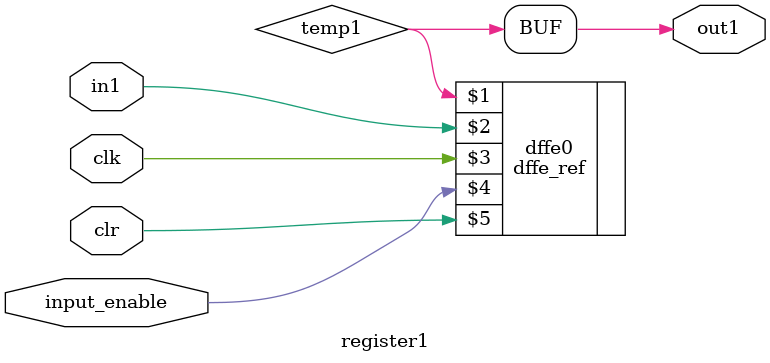
<source format=v>
module register1 (
    clk,
    input_enable,
    in1, out1, clr
);

   input clk, input_enable, clr;
   input in1;

   output out1;
	//wire input_enable;
	//and input_enable_gate(input_enable, clk, input_enable);
	wire temp1;
	
	dffe_ref dffe0(temp1, in1, clk, input_enable, clr);

	assign out1 = temp1;

   /* YOUR CODE HERE */

endmodule

</source>
